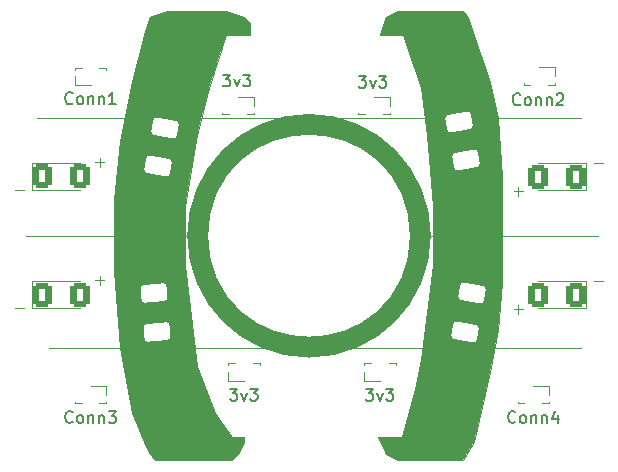
<source format=gbr>
%TF.GenerationSoftware,KiCad,Pcbnew,8.0.8*%
%TF.CreationDate,2025-04-07T01:24:50-03:00*%
%TF.ProjectId,Sao_Bomb,53616f5f-426f-46d6-922e-6b696361645f,rev?*%
%TF.SameCoordinates,Original*%
%TF.FileFunction,Legend,Top*%
%TF.FilePolarity,Positive*%
%FSLAX46Y46*%
G04 Gerber Fmt 4.6, Leading zero omitted, Abs format (unit mm)*
G04 Created by KiCad (PCBNEW 8.0.8) date 2025-04-07 01:24:50*
%MOMM*%
%LPD*%
G01*
G04 APERTURE LIST*
G04 Aperture macros list*
%AMRoundRect*
0 Rectangle with rounded corners*
0 $1 Rounding radius*
0 $2 $3 $4 $5 $6 $7 $8 $9 X,Y pos of 4 corners*
0 Add a 4 corners polygon primitive as box body*
4,1,4,$2,$3,$4,$5,$6,$7,$8,$9,$2,$3,0*
0 Add four circle primitives for the rounded corners*
1,1,$1+$1,$2,$3*
1,1,$1+$1,$4,$5*
1,1,$1+$1,$6,$7*
1,1,$1+$1,$8,$9*
0 Add four rect primitives between the rounded corners*
20,1,$1+$1,$2,$3,$4,$5,0*
20,1,$1+$1,$4,$5,$6,$7,0*
20,1,$1+$1,$6,$7,$8,$9,0*
20,1,$1+$1,$8,$9,$2,$3,0*%
G04 Aperture macros list end*
%ADD10C,0.100000*%
%ADD11C,2.000000*%
%ADD12C,0.150000*%
%ADD13C,0.120000*%
%ADD14C,8.535281*%
%ADD15R,1.000000X1.000000*%
%ADD16RoundRect,0.288462X0.719064X-0.595448X0.879354X0.313604X-0.719064X0.595448X-0.879354X-0.313604X0*%
%ADD17RoundRect,0.288462X0.848676X-0.389052X0.768224X0.530512X-0.848676X0.389052X-0.768224X-0.530512X0*%
%ADD18RoundRect,0.288462X-0.879354X0.313604X-0.719064X-0.595448X0.879354X-0.313604X0.719064X0.595448X0*%
%ADD19RoundRect,0.285088X0.527412X0.764912X-0.527412X0.764912X-0.527412X-0.764912X0.527412X-0.764912X0*%
%ADD20RoundRect,0.288462X-0.719064X0.595448X-0.879354X-0.313604X0.719064X-0.595448X0.879354X0.313604X0*%
%ADD21RoundRect,0.285088X-0.527412X-0.764912X0.527412X-0.764912X0.527412X0.764912X-0.527412X0.764912X0*%
G04 APERTURE END LIST*
D10*
X172000000Y-86000000D02*
X151310170Y-86009025D01*
X162500000Y-77500000D02*
X163000000Y-79000000D01*
X164353846Y-83000000D01*
X165000000Y-86000000D01*
X165353846Y-91000000D01*
X165353846Y-100000000D01*
X165000000Y-104000000D01*
X164353846Y-107500000D01*
X163000000Y-113500000D01*
X162000000Y-115000000D01*
X156500000Y-115000000D01*
X155500000Y-114500000D01*
X154853846Y-113000000D01*
X156853846Y-113000000D01*
X158000000Y-109000000D01*
X158500000Y-106500000D01*
X159500000Y-98500000D01*
X159500000Y-93500000D01*
X159000000Y-87500000D01*
X158500000Y-83500000D01*
X157000000Y-79000000D01*
X155000000Y-79000000D01*
X155500000Y-77500000D01*
X156500000Y-77000000D01*
X162000000Y-77000000D01*
X162500000Y-77500000D01*
G36*
X162500000Y-77500000D02*
G01*
X163000000Y-79000000D01*
X164353846Y-83000000D01*
X165000000Y-86000000D01*
X165353846Y-91000000D01*
X165353846Y-100000000D01*
X165000000Y-104000000D01*
X164353846Y-107500000D01*
X163000000Y-113500000D01*
X162000000Y-115000000D01*
X156500000Y-115000000D01*
X155500000Y-114500000D01*
X154853846Y-113000000D01*
X156853846Y-113000000D01*
X158000000Y-109000000D01*
X158500000Y-106500000D01*
X159500000Y-98500000D01*
X159500000Y-93500000D01*
X159000000Y-87500000D01*
X158500000Y-83500000D01*
X157000000Y-79000000D01*
X155000000Y-79000000D01*
X155500000Y-77500000D01*
X156500000Y-77000000D01*
X162000000Y-77000000D01*
X162500000Y-77500000D01*
G37*
X126000000Y-86000000D02*
X146797133Y-85990090D01*
X143500000Y-77500000D02*
X144000000Y-78000000D01*
X144000000Y-79000000D01*
X142000000Y-79000000D01*
X140500000Y-83500000D01*
X139500000Y-87500000D01*
X138500000Y-93500000D01*
X138500000Y-98500000D01*
X139500000Y-107000000D01*
X141000000Y-111000000D01*
X142500000Y-113000000D01*
X143500000Y-113000000D01*
X143500000Y-113500000D01*
X143000000Y-114500000D01*
X142500000Y-115000000D01*
X136000000Y-115000000D01*
X135500000Y-114500000D01*
X135000000Y-113500000D01*
X134000000Y-111000000D01*
X133000000Y-105500000D01*
X132500000Y-99000000D01*
X132500000Y-93000000D01*
X133000000Y-88000000D01*
X134000000Y-83000000D01*
X135000000Y-79000000D01*
X135500000Y-77500000D01*
X137000000Y-77000000D01*
X142000000Y-77000000D01*
X143500000Y-77500000D01*
G36*
X143500000Y-77500000D02*
G01*
X144000000Y-78000000D01*
X144000000Y-79000000D01*
X142000000Y-79000000D01*
X140500000Y-83500000D01*
X139500000Y-87500000D01*
X138500000Y-93500000D01*
X138500000Y-98500000D01*
X139500000Y-107000000D01*
X141000000Y-111000000D01*
X142500000Y-113000000D01*
X143500000Y-113000000D01*
X143500000Y-113500000D01*
X143000000Y-114500000D01*
X142500000Y-115000000D01*
X136000000Y-115000000D01*
X135500000Y-114500000D01*
X135000000Y-113500000D01*
X134000000Y-111000000D01*
X133000000Y-105500000D01*
X132500000Y-99000000D01*
X132500000Y-93000000D01*
X133000000Y-88000000D01*
X134000000Y-83000000D01*
X135000000Y-79000000D01*
X135500000Y-77500000D01*
X137000000Y-77000000D01*
X142000000Y-77000000D01*
X143500000Y-77500000D01*
G37*
X125000000Y-96000000D02*
X138740858Y-96000000D01*
X172000000Y-105500000D02*
X152879372Y-105497850D01*
D11*
X158300538Y-96000000D02*
G75*
G02*
X139699462Y-96000000I-9300538J0D01*
G01*
X139699462Y-96000000D02*
G75*
G02*
X158300538Y-96000000I9300538J0D01*
G01*
D10*
X173500000Y-96000000D02*
X159259142Y-96000000D01*
X145119893Y-105500655D02*
X127000000Y-105500000D01*
X159259142Y-96000000D02*
G75*
G02*
X138740858Y-96000000I-10259142J0D01*
G01*
X138740858Y-96000000D02*
G75*
G02*
X159259142Y-96000000I10259142J0D01*
G01*
D12*
X128976190Y-84759580D02*
X128928571Y-84807200D01*
X128928571Y-84807200D02*
X128785714Y-84854819D01*
X128785714Y-84854819D02*
X128690476Y-84854819D01*
X128690476Y-84854819D02*
X128547619Y-84807200D01*
X128547619Y-84807200D02*
X128452381Y-84711961D01*
X128452381Y-84711961D02*
X128404762Y-84616723D01*
X128404762Y-84616723D02*
X128357143Y-84426247D01*
X128357143Y-84426247D02*
X128357143Y-84283390D01*
X128357143Y-84283390D02*
X128404762Y-84092914D01*
X128404762Y-84092914D02*
X128452381Y-83997676D01*
X128452381Y-83997676D02*
X128547619Y-83902438D01*
X128547619Y-83902438D02*
X128690476Y-83854819D01*
X128690476Y-83854819D02*
X128785714Y-83854819D01*
X128785714Y-83854819D02*
X128928571Y-83902438D01*
X128928571Y-83902438D02*
X128976190Y-83950057D01*
X129547619Y-84854819D02*
X129452381Y-84807200D01*
X129452381Y-84807200D02*
X129404762Y-84759580D01*
X129404762Y-84759580D02*
X129357143Y-84664342D01*
X129357143Y-84664342D02*
X129357143Y-84378628D01*
X129357143Y-84378628D02*
X129404762Y-84283390D01*
X129404762Y-84283390D02*
X129452381Y-84235771D01*
X129452381Y-84235771D02*
X129547619Y-84188152D01*
X129547619Y-84188152D02*
X129690476Y-84188152D01*
X129690476Y-84188152D02*
X129785714Y-84235771D01*
X129785714Y-84235771D02*
X129833333Y-84283390D01*
X129833333Y-84283390D02*
X129880952Y-84378628D01*
X129880952Y-84378628D02*
X129880952Y-84664342D01*
X129880952Y-84664342D02*
X129833333Y-84759580D01*
X129833333Y-84759580D02*
X129785714Y-84807200D01*
X129785714Y-84807200D02*
X129690476Y-84854819D01*
X129690476Y-84854819D02*
X129547619Y-84854819D01*
X130309524Y-84188152D02*
X130309524Y-84854819D01*
X130309524Y-84283390D02*
X130357143Y-84235771D01*
X130357143Y-84235771D02*
X130452381Y-84188152D01*
X130452381Y-84188152D02*
X130595238Y-84188152D01*
X130595238Y-84188152D02*
X130690476Y-84235771D01*
X130690476Y-84235771D02*
X130738095Y-84331009D01*
X130738095Y-84331009D02*
X130738095Y-84854819D01*
X131214286Y-84188152D02*
X131214286Y-84854819D01*
X131214286Y-84283390D02*
X131261905Y-84235771D01*
X131261905Y-84235771D02*
X131357143Y-84188152D01*
X131357143Y-84188152D02*
X131500000Y-84188152D01*
X131500000Y-84188152D02*
X131595238Y-84235771D01*
X131595238Y-84235771D02*
X131642857Y-84331009D01*
X131642857Y-84331009D02*
X131642857Y-84854819D01*
X132642857Y-84854819D02*
X132071429Y-84854819D01*
X132357143Y-84854819D02*
X132357143Y-83854819D01*
X132357143Y-83854819D02*
X132261905Y-83997676D01*
X132261905Y-83997676D02*
X132166667Y-84092914D01*
X132166667Y-84092914D02*
X132071429Y-84140533D01*
X166876190Y-84859580D02*
X166828571Y-84907200D01*
X166828571Y-84907200D02*
X166685714Y-84954819D01*
X166685714Y-84954819D02*
X166590476Y-84954819D01*
X166590476Y-84954819D02*
X166447619Y-84907200D01*
X166447619Y-84907200D02*
X166352381Y-84811961D01*
X166352381Y-84811961D02*
X166304762Y-84716723D01*
X166304762Y-84716723D02*
X166257143Y-84526247D01*
X166257143Y-84526247D02*
X166257143Y-84383390D01*
X166257143Y-84383390D02*
X166304762Y-84192914D01*
X166304762Y-84192914D02*
X166352381Y-84097676D01*
X166352381Y-84097676D02*
X166447619Y-84002438D01*
X166447619Y-84002438D02*
X166590476Y-83954819D01*
X166590476Y-83954819D02*
X166685714Y-83954819D01*
X166685714Y-83954819D02*
X166828571Y-84002438D01*
X166828571Y-84002438D02*
X166876190Y-84050057D01*
X167447619Y-84954819D02*
X167352381Y-84907200D01*
X167352381Y-84907200D02*
X167304762Y-84859580D01*
X167304762Y-84859580D02*
X167257143Y-84764342D01*
X167257143Y-84764342D02*
X167257143Y-84478628D01*
X167257143Y-84478628D02*
X167304762Y-84383390D01*
X167304762Y-84383390D02*
X167352381Y-84335771D01*
X167352381Y-84335771D02*
X167447619Y-84288152D01*
X167447619Y-84288152D02*
X167590476Y-84288152D01*
X167590476Y-84288152D02*
X167685714Y-84335771D01*
X167685714Y-84335771D02*
X167733333Y-84383390D01*
X167733333Y-84383390D02*
X167780952Y-84478628D01*
X167780952Y-84478628D02*
X167780952Y-84764342D01*
X167780952Y-84764342D02*
X167733333Y-84859580D01*
X167733333Y-84859580D02*
X167685714Y-84907200D01*
X167685714Y-84907200D02*
X167590476Y-84954819D01*
X167590476Y-84954819D02*
X167447619Y-84954819D01*
X168209524Y-84288152D02*
X168209524Y-84954819D01*
X168209524Y-84383390D02*
X168257143Y-84335771D01*
X168257143Y-84335771D02*
X168352381Y-84288152D01*
X168352381Y-84288152D02*
X168495238Y-84288152D01*
X168495238Y-84288152D02*
X168590476Y-84335771D01*
X168590476Y-84335771D02*
X168638095Y-84431009D01*
X168638095Y-84431009D02*
X168638095Y-84954819D01*
X169114286Y-84288152D02*
X169114286Y-84954819D01*
X169114286Y-84383390D02*
X169161905Y-84335771D01*
X169161905Y-84335771D02*
X169257143Y-84288152D01*
X169257143Y-84288152D02*
X169400000Y-84288152D01*
X169400000Y-84288152D02*
X169495238Y-84335771D01*
X169495238Y-84335771D02*
X169542857Y-84431009D01*
X169542857Y-84431009D02*
X169542857Y-84954819D01*
X169971429Y-84050057D02*
X170019048Y-84002438D01*
X170019048Y-84002438D02*
X170114286Y-83954819D01*
X170114286Y-83954819D02*
X170352381Y-83954819D01*
X170352381Y-83954819D02*
X170447619Y-84002438D01*
X170447619Y-84002438D02*
X170495238Y-84050057D01*
X170495238Y-84050057D02*
X170542857Y-84145295D01*
X170542857Y-84145295D02*
X170542857Y-84240533D01*
X170542857Y-84240533D02*
X170495238Y-84383390D01*
X170495238Y-84383390D02*
X169923810Y-84954819D01*
X169923810Y-84954819D02*
X170542857Y-84954819D01*
X161126618Y-102427072D02*
X160599779Y-102672652D01*
X161027390Y-102989819D02*
X160042582Y-102816171D01*
X160042582Y-102816171D02*
X160108734Y-102441006D01*
X160108734Y-102441006D02*
X160172167Y-102355484D01*
X160172167Y-102355484D02*
X160227332Y-102316858D01*
X160227332Y-102316858D02*
X160329392Y-102286500D01*
X160329392Y-102286500D02*
X160470079Y-102311307D01*
X160470079Y-102311307D02*
X160555601Y-102374740D01*
X160555601Y-102374740D02*
X160594228Y-102429905D01*
X160594228Y-102429905D02*
X160624586Y-102531965D01*
X160624586Y-102531965D02*
X160558434Y-102907130D01*
X160618920Y-101467186D02*
X161275459Y-101582951D01*
X160202411Y-101635512D02*
X160864500Y-101994025D01*
X160864500Y-101994025D02*
X160971996Y-101384382D01*
X133719311Y-102532231D02*
X134164638Y-102158663D01*
X133669508Y-101962977D02*
X134665703Y-101875821D01*
X134665703Y-101875821D02*
X134698905Y-102255324D01*
X134698905Y-102255324D02*
X134659768Y-102354349D01*
X134659768Y-102354349D02*
X134616480Y-102405938D01*
X134616480Y-102405938D02*
X134525755Y-102461676D01*
X134525755Y-102461676D02*
X134383441Y-102474127D01*
X134383441Y-102474127D02*
X134284415Y-102434989D01*
X134284415Y-102434989D02*
X134232827Y-102391702D01*
X134232827Y-102391702D02*
X134177089Y-102300977D01*
X134177089Y-102300977D02*
X134143886Y-101921474D01*
X134653832Y-102832878D02*
X134705421Y-102876166D01*
X134705421Y-102876166D02*
X134761159Y-102966891D01*
X134761159Y-102966891D02*
X134781910Y-103204080D01*
X134781910Y-103204080D02*
X134742773Y-103303106D01*
X134742773Y-103303106D02*
X134699485Y-103354694D01*
X134699485Y-103354694D02*
X134608760Y-103410433D01*
X134608760Y-103410433D02*
X134513884Y-103418733D01*
X134513884Y-103418733D02*
X134367421Y-103383746D01*
X134367421Y-103383746D02*
X133748363Y-102864296D01*
X133748363Y-102864296D02*
X133802317Y-103480987D01*
X153809524Y-108954819D02*
X154428571Y-108954819D01*
X154428571Y-108954819D02*
X154095238Y-109335771D01*
X154095238Y-109335771D02*
X154238095Y-109335771D01*
X154238095Y-109335771D02*
X154333333Y-109383390D01*
X154333333Y-109383390D02*
X154380952Y-109431009D01*
X154380952Y-109431009D02*
X154428571Y-109526247D01*
X154428571Y-109526247D02*
X154428571Y-109764342D01*
X154428571Y-109764342D02*
X154380952Y-109859580D01*
X154380952Y-109859580D02*
X154333333Y-109907200D01*
X154333333Y-109907200D02*
X154238095Y-109954819D01*
X154238095Y-109954819D02*
X153952381Y-109954819D01*
X153952381Y-109954819D02*
X153857143Y-109907200D01*
X153857143Y-109907200D02*
X153809524Y-109859580D01*
X154761905Y-109288152D02*
X155000000Y-109954819D01*
X155000000Y-109954819D02*
X155238095Y-109288152D01*
X155523810Y-108954819D02*
X156142857Y-108954819D01*
X156142857Y-108954819D02*
X155809524Y-109335771D01*
X155809524Y-109335771D02*
X155952381Y-109335771D01*
X155952381Y-109335771D02*
X156047619Y-109383390D01*
X156047619Y-109383390D02*
X156095238Y-109431009D01*
X156095238Y-109431009D02*
X156142857Y-109526247D01*
X156142857Y-109526247D02*
X156142857Y-109764342D01*
X156142857Y-109764342D02*
X156095238Y-109859580D01*
X156095238Y-109859580D02*
X156047619Y-109907200D01*
X156047619Y-109907200D02*
X155952381Y-109954819D01*
X155952381Y-109954819D02*
X155666667Y-109954819D01*
X155666667Y-109954819D02*
X155571429Y-109907200D01*
X155571429Y-109907200D02*
X155523810Y-109859580D01*
X141709524Y-82354819D02*
X142328571Y-82354819D01*
X142328571Y-82354819D02*
X141995238Y-82735771D01*
X141995238Y-82735771D02*
X142138095Y-82735771D01*
X142138095Y-82735771D02*
X142233333Y-82783390D01*
X142233333Y-82783390D02*
X142280952Y-82831009D01*
X142280952Y-82831009D02*
X142328571Y-82926247D01*
X142328571Y-82926247D02*
X142328571Y-83164342D01*
X142328571Y-83164342D02*
X142280952Y-83259580D01*
X142280952Y-83259580D02*
X142233333Y-83307200D01*
X142233333Y-83307200D02*
X142138095Y-83354819D01*
X142138095Y-83354819D02*
X141852381Y-83354819D01*
X141852381Y-83354819D02*
X141757143Y-83307200D01*
X141757143Y-83307200D02*
X141709524Y-83259580D01*
X142661905Y-82688152D02*
X142900000Y-83354819D01*
X142900000Y-83354819D02*
X143138095Y-82688152D01*
X143423810Y-82354819D02*
X144042857Y-82354819D01*
X144042857Y-82354819D02*
X143709524Y-82735771D01*
X143709524Y-82735771D02*
X143852381Y-82735771D01*
X143852381Y-82735771D02*
X143947619Y-82783390D01*
X143947619Y-82783390D02*
X143995238Y-82831009D01*
X143995238Y-82831009D02*
X144042857Y-82926247D01*
X144042857Y-82926247D02*
X144042857Y-83164342D01*
X144042857Y-83164342D02*
X143995238Y-83259580D01*
X143995238Y-83259580D02*
X143947619Y-83307200D01*
X143947619Y-83307200D02*
X143852381Y-83354819D01*
X143852381Y-83354819D02*
X143566667Y-83354819D01*
X143566667Y-83354819D02*
X143471429Y-83307200D01*
X143471429Y-83307200D02*
X143423810Y-83259580D01*
X166476190Y-111759580D02*
X166428571Y-111807200D01*
X166428571Y-111807200D02*
X166285714Y-111854819D01*
X166285714Y-111854819D02*
X166190476Y-111854819D01*
X166190476Y-111854819D02*
X166047619Y-111807200D01*
X166047619Y-111807200D02*
X165952381Y-111711961D01*
X165952381Y-111711961D02*
X165904762Y-111616723D01*
X165904762Y-111616723D02*
X165857143Y-111426247D01*
X165857143Y-111426247D02*
X165857143Y-111283390D01*
X165857143Y-111283390D02*
X165904762Y-111092914D01*
X165904762Y-111092914D02*
X165952381Y-110997676D01*
X165952381Y-110997676D02*
X166047619Y-110902438D01*
X166047619Y-110902438D02*
X166190476Y-110854819D01*
X166190476Y-110854819D02*
X166285714Y-110854819D01*
X166285714Y-110854819D02*
X166428571Y-110902438D01*
X166428571Y-110902438D02*
X166476190Y-110950057D01*
X167047619Y-111854819D02*
X166952381Y-111807200D01*
X166952381Y-111807200D02*
X166904762Y-111759580D01*
X166904762Y-111759580D02*
X166857143Y-111664342D01*
X166857143Y-111664342D02*
X166857143Y-111378628D01*
X166857143Y-111378628D02*
X166904762Y-111283390D01*
X166904762Y-111283390D02*
X166952381Y-111235771D01*
X166952381Y-111235771D02*
X167047619Y-111188152D01*
X167047619Y-111188152D02*
X167190476Y-111188152D01*
X167190476Y-111188152D02*
X167285714Y-111235771D01*
X167285714Y-111235771D02*
X167333333Y-111283390D01*
X167333333Y-111283390D02*
X167380952Y-111378628D01*
X167380952Y-111378628D02*
X167380952Y-111664342D01*
X167380952Y-111664342D02*
X167333333Y-111759580D01*
X167333333Y-111759580D02*
X167285714Y-111807200D01*
X167285714Y-111807200D02*
X167190476Y-111854819D01*
X167190476Y-111854819D02*
X167047619Y-111854819D01*
X167809524Y-111188152D02*
X167809524Y-111854819D01*
X167809524Y-111283390D02*
X167857143Y-111235771D01*
X167857143Y-111235771D02*
X167952381Y-111188152D01*
X167952381Y-111188152D02*
X168095238Y-111188152D01*
X168095238Y-111188152D02*
X168190476Y-111235771D01*
X168190476Y-111235771D02*
X168238095Y-111331009D01*
X168238095Y-111331009D02*
X168238095Y-111854819D01*
X168714286Y-111188152D02*
X168714286Y-111854819D01*
X168714286Y-111283390D02*
X168761905Y-111235771D01*
X168761905Y-111235771D02*
X168857143Y-111188152D01*
X168857143Y-111188152D02*
X169000000Y-111188152D01*
X169000000Y-111188152D02*
X169095238Y-111235771D01*
X169095238Y-111235771D02*
X169142857Y-111331009D01*
X169142857Y-111331009D02*
X169142857Y-111854819D01*
X170047619Y-111188152D02*
X170047619Y-111854819D01*
X169809524Y-110807200D02*
X169571429Y-111521485D01*
X169571429Y-111521485D02*
X170190476Y-111521485D01*
X163315499Y-87598804D02*
X163726572Y-87187845D01*
X163216271Y-87036057D02*
X164201079Y-86862408D01*
X164201079Y-86862408D02*
X164267231Y-87237573D01*
X164267231Y-87237573D02*
X164236873Y-87339633D01*
X164236873Y-87339633D02*
X164198246Y-87394798D01*
X164198246Y-87394798D02*
X164112724Y-87458232D01*
X164112724Y-87458232D02*
X163972037Y-87483038D01*
X163972037Y-87483038D02*
X163869977Y-87452681D01*
X163869977Y-87452681D02*
X163814813Y-87414054D01*
X163814813Y-87414054D02*
X163751379Y-87328532D01*
X163751379Y-87328532D02*
X163685227Y-86953367D01*
X164358189Y-87753425D02*
X164465686Y-88363068D01*
X164465686Y-88363068D02*
X164032638Y-88100950D01*
X164032638Y-88100950D02*
X164057445Y-88241637D01*
X164057445Y-88241637D02*
X164027087Y-88343697D01*
X164027087Y-88343697D02*
X163988461Y-88398862D01*
X163988461Y-88398862D02*
X163902939Y-88462295D01*
X163902939Y-88462295D02*
X163668461Y-88503640D01*
X163668461Y-88503640D02*
X163566400Y-88473282D01*
X163566400Y-88473282D02*
X163511236Y-88434656D01*
X163511236Y-88434656D02*
X163447802Y-88349134D01*
X163447802Y-88349134D02*
X163398189Y-88067760D01*
X163398189Y-88067760D02*
X163428546Y-87965700D01*
X163428546Y-87965700D02*
X163467173Y-87910535D01*
X153209524Y-82454819D02*
X153828571Y-82454819D01*
X153828571Y-82454819D02*
X153495238Y-82835771D01*
X153495238Y-82835771D02*
X153638095Y-82835771D01*
X153638095Y-82835771D02*
X153733333Y-82883390D01*
X153733333Y-82883390D02*
X153780952Y-82931009D01*
X153780952Y-82931009D02*
X153828571Y-83026247D01*
X153828571Y-83026247D02*
X153828571Y-83264342D01*
X153828571Y-83264342D02*
X153780952Y-83359580D01*
X153780952Y-83359580D02*
X153733333Y-83407200D01*
X153733333Y-83407200D02*
X153638095Y-83454819D01*
X153638095Y-83454819D02*
X153352381Y-83454819D01*
X153352381Y-83454819D02*
X153257143Y-83407200D01*
X153257143Y-83407200D02*
X153209524Y-83359580D01*
X154161905Y-82788152D02*
X154400000Y-83454819D01*
X154400000Y-83454819D02*
X154638095Y-82788152D01*
X154923810Y-82454819D02*
X155542857Y-82454819D01*
X155542857Y-82454819D02*
X155209524Y-82835771D01*
X155209524Y-82835771D02*
X155352381Y-82835771D01*
X155352381Y-82835771D02*
X155447619Y-82883390D01*
X155447619Y-82883390D02*
X155495238Y-82931009D01*
X155495238Y-82931009D02*
X155542857Y-83026247D01*
X155542857Y-83026247D02*
X155542857Y-83264342D01*
X155542857Y-83264342D02*
X155495238Y-83359580D01*
X155495238Y-83359580D02*
X155447619Y-83407200D01*
X155447619Y-83407200D02*
X155352381Y-83454819D01*
X155352381Y-83454819D02*
X155066667Y-83454819D01*
X155066667Y-83454819D02*
X154971429Y-83407200D01*
X154971429Y-83407200D02*
X154923810Y-83359580D01*
X142309524Y-108954819D02*
X142928571Y-108954819D01*
X142928571Y-108954819D02*
X142595238Y-109335771D01*
X142595238Y-109335771D02*
X142738095Y-109335771D01*
X142738095Y-109335771D02*
X142833333Y-109383390D01*
X142833333Y-109383390D02*
X142880952Y-109431009D01*
X142880952Y-109431009D02*
X142928571Y-109526247D01*
X142928571Y-109526247D02*
X142928571Y-109764342D01*
X142928571Y-109764342D02*
X142880952Y-109859580D01*
X142880952Y-109859580D02*
X142833333Y-109907200D01*
X142833333Y-109907200D02*
X142738095Y-109954819D01*
X142738095Y-109954819D02*
X142452381Y-109954819D01*
X142452381Y-109954819D02*
X142357143Y-109907200D01*
X142357143Y-109907200D02*
X142309524Y-109859580D01*
X143261905Y-109288152D02*
X143500000Y-109954819D01*
X143500000Y-109954819D02*
X143738095Y-109288152D01*
X144023810Y-108954819D02*
X144642857Y-108954819D01*
X144642857Y-108954819D02*
X144309524Y-109335771D01*
X144309524Y-109335771D02*
X144452381Y-109335771D01*
X144452381Y-109335771D02*
X144547619Y-109383390D01*
X144547619Y-109383390D02*
X144595238Y-109431009D01*
X144595238Y-109431009D02*
X144642857Y-109526247D01*
X144642857Y-109526247D02*
X144642857Y-109764342D01*
X144642857Y-109764342D02*
X144595238Y-109859580D01*
X144595238Y-109859580D02*
X144547619Y-109907200D01*
X144547619Y-109907200D02*
X144452381Y-109954819D01*
X144452381Y-109954819D02*
X144166667Y-109954819D01*
X144166667Y-109954819D02*
X144071429Y-109907200D01*
X144071429Y-109907200D02*
X144023810Y-109859580D01*
D10*
X173866115Y-89858533D02*
X173104211Y-89858533D01*
X167106115Y-92238533D02*
X166344211Y-92238533D01*
X166725163Y-91857580D02*
X166725163Y-92619485D01*
X167106115Y-102238533D02*
X166344211Y-102238533D01*
X166725163Y-101857580D02*
X166725163Y-102619485D01*
X173866115Y-99858533D02*
X173104211Y-99858533D01*
D12*
X138711318Y-89059152D02*
X138184479Y-89304732D01*
X138612090Y-89621899D02*
X137627282Y-89448251D01*
X137627282Y-89448251D02*
X137693434Y-89073086D01*
X137693434Y-89073086D02*
X137756867Y-88987564D01*
X137756867Y-88987564D02*
X137812032Y-88948938D01*
X137812032Y-88948938D02*
X137914092Y-88918580D01*
X137914092Y-88918580D02*
X138054779Y-88943387D01*
X138054779Y-88943387D02*
X138140301Y-89006820D01*
X138140301Y-89006820D02*
X138178928Y-89061985D01*
X138178928Y-89061985D02*
X138209286Y-89164045D01*
X138209286Y-89164045D02*
X138143134Y-89539210D01*
X138876697Y-88121240D02*
X138777469Y-88683987D01*
X138827083Y-88402614D02*
X137842275Y-88228965D01*
X137842275Y-88228965D02*
X137966424Y-88347564D01*
X137966424Y-88347564D02*
X138043677Y-88457893D01*
X138043677Y-88457893D02*
X138074035Y-88559953D01*
X128976190Y-111759580D02*
X128928571Y-111807200D01*
X128928571Y-111807200D02*
X128785714Y-111854819D01*
X128785714Y-111854819D02*
X128690476Y-111854819D01*
X128690476Y-111854819D02*
X128547619Y-111807200D01*
X128547619Y-111807200D02*
X128452381Y-111711961D01*
X128452381Y-111711961D02*
X128404762Y-111616723D01*
X128404762Y-111616723D02*
X128357143Y-111426247D01*
X128357143Y-111426247D02*
X128357143Y-111283390D01*
X128357143Y-111283390D02*
X128404762Y-111092914D01*
X128404762Y-111092914D02*
X128452381Y-110997676D01*
X128452381Y-110997676D02*
X128547619Y-110902438D01*
X128547619Y-110902438D02*
X128690476Y-110854819D01*
X128690476Y-110854819D02*
X128785714Y-110854819D01*
X128785714Y-110854819D02*
X128928571Y-110902438D01*
X128928571Y-110902438D02*
X128976190Y-110950057D01*
X129547619Y-111854819D02*
X129452381Y-111807200D01*
X129452381Y-111807200D02*
X129404762Y-111759580D01*
X129404762Y-111759580D02*
X129357143Y-111664342D01*
X129357143Y-111664342D02*
X129357143Y-111378628D01*
X129357143Y-111378628D02*
X129404762Y-111283390D01*
X129404762Y-111283390D02*
X129452381Y-111235771D01*
X129452381Y-111235771D02*
X129547619Y-111188152D01*
X129547619Y-111188152D02*
X129690476Y-111188152D01*
X129690476Y-111188152D02*
X129785714Y-111235771D01*
X129785714Y-111235771D02*
X129833333Y-111283390D01*
X129833333Y-111283390D02*
X129880952Y-111378628D01*
X129880952Y-111378628D02*
X129880952Y-111664342D01*
X129880952Y-111664342D02*
X129833333Y-111759580D01*
X129833333Y-111759580D02*
X129785714Y-111807200D01*
X129785714Y-111807200D02*
X129690476Y-111854819D01*
X129690476Y-111854819D02*
X129547619Y-111854819D01*
X130309524Y-111188152D02*
X130309524Y-111854819D01*
X130309524Y-111283390D02*
X130357143Y-111235771D01*
X130357143Y-111235771D02*
X130452381Y-111188152D01*
X130452381Y-111188152D02*
X130595238Y-111188152D01*
X130595238Y-111188152D02*
X130690476Y-111235771D01*
X130690476Y-111235771D02*
X130738095Y-111331009D01*
X130738095Y-111331009D02*
X130738095Y-111854819D01*
X131214286Y-111188152D02*
X131214286Y-111854819D01*
X131214286Y-111283390D02*
X131261905Y-111235771D01*
X131261905Y-111235771D02*
X131357143Y-111188152D01*
X131357143Y-111188152D02*
X131500000Y-111188152D01*
X131500000Y-111188152D02*
X131595238Y-111235771D01*
X131595238Y-111235771D02*
X131642857Y-111331009D01*
X131642857Y-111331009D02*
X131642857Y-111854819D01*
X132023810Y-110854819D02*
X132642857Y-110854819D01*
X132642857Y-110854819D02*
X132309524Y-111235771D01*
X132309524Y-111235771D02*
X132452381Y-111235771D01*
X132452381Y-111235771D02*
X132547619Y-111283390D01*
X132547619Y-111283390D02*
X132595238Y-111331009D01*
X132595238Y-111331009D02*
X132642857Y-111426247D01*
X132642857Y-111426247D02*
X132642857Y-111664342D01*
X132642857Y-111664342D02*
X132595238Y-111759580D01*
X132595238Y-111759580D02*
X132547619Y-111807200D01*
X132547619Y-111807200D02*
X132452381Y-111854819D01*
X132452381Y-111854819D02*
X132166667Y-111854819D01*
X132166667Y-111854819D02*
X132071429Y-111807200D01*
X132071429Y-111807200D02*
X132023810Y-111759580D01*
D10*
X124133884Y-92141466D02*
X124895789Y-92141466D01*
X130893884Y-89761466D02*
X131655789Y-89761466D01*
X131274836Y-90142419D02*
X131274836Y-89380514D01*
X130893884Y-99761466D02*
X131655789Y-99761466D01*
X131274836Y-100142419D02*
X131274836Y-99380514D01*
X124133884Y-102141466D02*
X124895789Y-102141466D01*
D13*
%TO.C,J3*%
X129170000Y-81925000D02*
X129170000Y-81805000D01*
X129170000Y-83260000D02*
X129170000Y-82500000D01*
X129740000Y-81805000D02*
X129170000Y-81805000D01*
X130500000Y-83260000D02*
X129170000Y-83260000D01*
X131830000Y-81805000D02*
X131260000Y-81805000D01*
X131830000Y-81925000D02*
X131830000Y-81805000D01*
%TO.C,J7*%
X167170000Y-83075000D02*
X167170000Y-83195000D01*
X167170000Y-83195000D02*
X167740000Y-83195000D01*
X168500000Y-81740000D02*
X169830000Y-81740000D01*
X169260000Y-83195000D02*
X169830000Y-83195000D01*
X169830000Y-81740000D02*
X169830000Y-82500000D01*
X169830000Y-83075000D02*
X169830000Y-83195000D01*
%TO.C,R4*%
X161477572Y-103057998D02*
X161730078Y-101625962D01*
X163269922Y-103374038D02*
X163522428Y-101942002D01*
%TO.C,R2*%
X135156831Y-103303609D02*
X135030095Y-101855014D01*
X136969905Y-103144986D02*
X136843169Y-101696391D01*
%TO.C,J8*%
X153670000Y-106925000D02*
X153670000Y-106805000D01*
X153670000Y-108260000D02*
X153670000Y-107500000D01*
X154240000Y-106805000D02*
X153670000Y-106805000D01*
X155000000Y-108260000D02*
X153670000Y-108260000D01*
X156330000Y-106805000D02*
X155760000Y-106805000D01*
X156330000Y-106925000D02*
X156330000Y-106805000D01*
%TO.C,J2*%
X141670000Y-85575000D02*
X141670000Y-85695000D01*
X141670000Y-85695000D02*
X142240000Y-85695000D01*
X143000000Y-84240000D02*
X144330000Y-84240000D01*
X143760000Y-85695000D02*
X144330000Y-85695000D01*
X144330000Y-84240000D02*
X144330000Y-85000000D01*
X144330000Y-85575000D02*
X144330000Y-85695000D01*
%TO.C,J9*%
X166670000Y-110075000D02*
X166670000Y-110195000D01*
X166670000Y-110195000D02*
X167240000Y-110195000D01*
X168000000Y-108740000D02*
X169330000Y-108740000D01*
X168760000Y-110195000D02*
X169330000Y-110195000D01*
X169330000Y-108740000D02*
X169330000Y-109500000D01*
X169330000Y-110075000D02*
X169330000Y-110195000D01*
%TO.C,R3*%
X160977572Y-87442002D02*
X161230078Y-88874038D01*
X162769922Y-87125962D02*
X163022428Y-88557998D01*
%TO.C,J4*%
X153170000Y-85575000D02*
X153170000Y-85695000D01*
X153170000Y-85695000D02*
X153740000Y-85695000D01*
X154500000Y-84240000D02*
X155830000Y-84240000D01*
X155260000Y-85695000D02*
X155830000Y-85695000D01*
X155830000Y-84240000D02*
X155830000Y-85000000D01*
X155830000Y-85575000D02*
X155830000Y-85695000D01*
%TO.C,J6*%
X142170000Y-106925000D02*
X142170000Y-106805000D01*
X142170000Y-108260000D02*
X142170000Y-107500000D01*
X142740000Y-106805000D02*
X142170000Y-106805000D01*
X143500000Y-108260000D02*
X142170000Y-108260000D01*
X144830000Y-106805000D02*
X144260000Y-106805000D01*
X144830000Y-106925000D02*
X144830000Y-106805000D01*
%TO.C,D3*%
X168400000Y-92135000D02*
X172460000Y-92135000D01*
X172460000Y-89865000D02*
X168400000Y-89865000D01*
X172460000Y-92135000D02*
X172460000Y-89865000D01*
%TO.C,D4*%
X168400000Y-102135000D02*
X172460000Y-102135000D01*
X172460000Y-99865000D02*
X168400000Y-99865000D01*
X172460000Y-102135000D02*
X172460000Y-99865000D01*
%TO.C,R1*%
X135730078Y-87625962D02*
X135477572Y-89057998D01*
X137522428Y-87942002D02*
X137269922Y-89374038D01*
%TO.C,J5*%
X129170000Y-110075000D02*
X129170000Y-110195000D01*
X129170000Y-110195000D02*
X129740000Y-110195000D01*
X130500000Y-108740000D02*
X131830000Y-108740000D01*
X131260000Y-110195000D02*
X131830000Y-110195000D01*
X131830000Y-108740000D02*
X131830000Y-109500000D01*
X131830000Y-110075000D02*
X131830000Y-110195000D01*
%TO.C,D1*%
X125540000Y-89865000D02*
X125540000Y-92135000D01*
X125540000Y-92135000D02*
X129600000Y-92135000D01*
X129600000Y-89865000D02*
X125540000Y-89865000D01*
%TO.C,D2*%
X125540000Y-99865000D02*
X125540000Y-102135000D01*
X125540000Y-102135000D02*
X129600000Y-102135000D01*
X129600000Y-99865000D02*
X125540000Y-99865000D01*
%TD*%
%LPC*%
D14*
X153267640Y-96000000D02*
G75*
G02*
X144732360Y-96000000I-4267640J0D01*
G01*
X144732360Y-96000000D02*
G75*
G02*
X153267640Y-96000000I4267640J0D01*
G01*
D15*
%TO.C,J3*%
X130500000Y-82500000D03*
%TD*%
%TO.C,J7*%
X168500000Y-82500000D03*
%TD*%
D16*
%TO.C,R4*%
X162213481Y-104124933D03*
X162786519Y-100875067D03*
%TD*%
D17*
%TO.C,R2*%
X136143807Y-104143721D03*
X135856193Y-100856279D03*
%TD*%
D15*
%TO.C,J8*%
X155000000Y-107500000D03*
%TD*%
%TO.C,J2*%
X143000000Y-85000000D03*
%TD*%
%TO.C,J9*%
X168000000Y-109500000D03*
%TD*%
D18*
%TO.C,R3*%
X161713481Y-86375067D03*
X162286519Y-89624933D03*
%TD*%
D15*
%TO.C,J4*%
X154500000Y-85000000D03*
%TD*%
%TO.C,J6*%
X143500000Y-107500000D03*
%TD*%
D19*
%TO.C,D3*%
X171587500Y-91025000D03*
X168412500Y-91025000D03*
%TD*%
%TO.C,D4*%
X171587500Y-101025000D03*
X168412500Y-101025000D03*
%TD*%
D20*
%TO.C,R1*%
X136786519Y-86875067D03*
X136213481Y-90124933D03*
%TD*%
D15*
%TO.C,J5*%
X130500000Y-109500000D03*
%TD*%
D21*
%TO.C,D1*%
X126412500Y-90975000D03*
X129587500Y-90975000D03*
%TD*%
%TO.C,D2*%
X126412500Y-100975000D03*
X129587500Y-100975000D03*
%TD*%
%LPD*%
M02*

</source>
